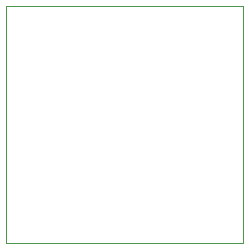
<source format=gm1>
%TF.GenerationSoftware,KiCad,Pcbnew,(5.1.10)-1*%
%TF.CreationDate,2021-06-21T20:23:21-05:00*%
%TF.ProjectId,USB_Dual_Supply,5553425f-4475-4616-9c5f-537570706c79,rev?*%
%TF.SameCoordinates,Original*%
%TF.FileFunction,Profile,NP*%
%FSLAX46Y46*%
G04 Gerber Fmt 4.6, Leading zero omitted, Abs format (unit mm)*
G04 Created by KiCad (PCBNEW (5.1.10)-1) date 2021-06-21 20:23:21*
%MOMM*%
%LPD*%
G01*
G04 APERTURE LIST*
%TA.AperFunction,Profile*%
%ADD10C,0.050000*%
%TD*%
G04 APERTURE END LIST*
D10*
X130048000Y-126238000D02*
X130048000Y-106172000D01*
X150114000Y-126238000D02*
X130048000Y-126238000D01*
X150114000Y-106172000D02*
X150114000Y-126238000D01*
X130048000Y-106172000D02*
X150114000Y-106172000D01*
M02*

</source>
